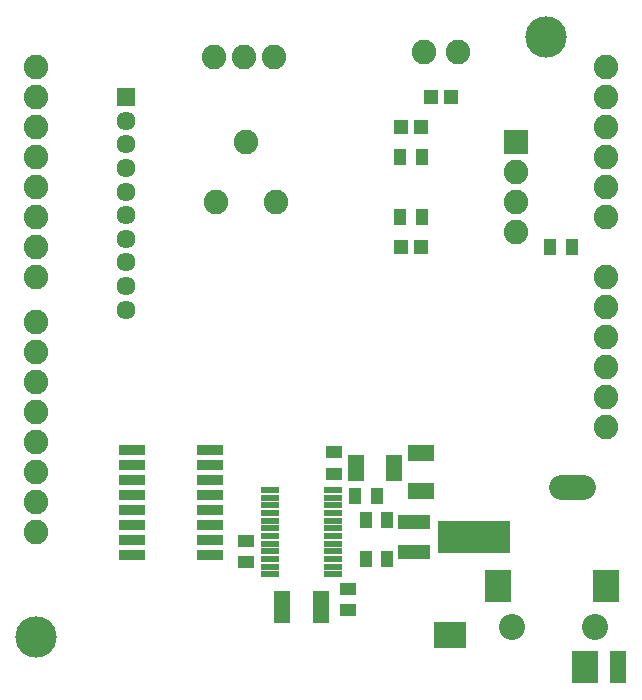
<source format=gts>
G75*
G70*
%OFA0B0*%
%FSLAX24Y24*%
%IPPOS*%
%LPD*%
%AMOC8*
5,1,8,0,0,1.08239X$1,22.5*
%
%ADD10C,0.0820*%
%ADD11C,0.1380*%
%ADD12R,0.0880X0.0340*%
%ADD13R,0.0630X0.0217*%
%ADD14R,0.0552X0.0395*%
%ADD15R,0.1064X0.0474*%
%ADD16R,0.2442X0.1064*%
%ADD17R,0.0395X0.0552*%
%ADD18R,0.0552X0.0867*%
%ADD19R,0.0867X0.0552*%
%ADD20C,0.0820*%
%ADD21R,0.0820X0.0820*%
%ADD22R,0.0552X0.1064*%
%ADD23R,0.0867X0.1064*%
%ADD24R,0.1064X0.0867*%
%ADD25C,0.0867*%
%ADD26R,0.0635X0.0635*%
%ADD27C,0.0635*%
%ADD28R,0.0513X0.0474*%
D10*
X009335Y012259D03*
X009335Y013259D03*
X009335Y014259D03*
X009335Y015259D03*
X009335Y016259D03*
X009335Y017259D03*
X009335Y018259D03*
X009335Y019259D03*
X009335Y020759D03*
X009335Y021759D03*
X009335Y022759D03*
X009335Y023759D03*
X009335Y024759D03*
X009335Y025759D03*
X009335Y026759D03*
X009335Y027759D03*
X015285Y028109D03*
X016285Y028109D03*
X017285Y028109D03*
X016335Y025259D03*
X015335Y023259D03*
X017335Y023259D03*
X022265Y028259D03*
X023405Y028259D03*
X028335Y027759D03*
X028335Y026759D03*
X028335Y025759D03*
X028335Y024759D03*
X028335Y023759D03*
X028335Y022759D03*
X028335Y020759D03*
X028335Y019759D03*
X028335Y018759D03*
X028335Y017759D03*
X028335Y016759D03*
X028335Y015759D03*
X025335Y022259D03*
X025335Y023259D03*
X025335Y024259D03*
D11*
X009335Y008759D03*
X026335Y028759D03*
D12*
X015140Y015009D03*
X015140Y014509D03*
X015140Y014009D03*
X015140Y013509D03*
X015140Y013009D03*
X015140Y012509D03*
X015140Y012009D03*
X015140Y011509D03*
X012530Y011509D03*
X012530Y012009D03*
X012530Y012509D03*
X012530Y013009D03*
X012530Y013509D03*
X012530Y014009D03*
X012530Y014509D03*
X012530Y015009D03*
D13*
X017142Y013666D03*
X017142Y013410D03*
X017142Y013155D03*
X017142Y012899D03*
X017142Y012643D03*
X017142Y012387D03*
X017142Y012131D03*
X017142Y011875D03*
X017142Y011619D03*
X017142Y011363D03*
X017142Y011107D03*
X017142Y010851D03*
X019228Y010851D03*
X019228Y011107D03*
X019228Y011363D03*
X019228Y011619D03*
X019228Y011875D03*
X019228Y012131D03*
X019228Y012387D03*
X019228Y012643D03*
X019228Y012899D03*
X019228Y013155D03*
X019228Y013410D03*
X019228Y013666D03*
D14*
X019285Y014205D03*
X019285Y014913D03*
X016335Y011963D03*
X016335Y011255D03*
X019735Y010363D03*
X019735Y009655D03*
D15*
X021935Y011609D03*
X021935Y012609D03*
D16*
X023935Y012109D03*
D17*
X021039Y012659D03*
X020331Y012659D03*
X019981Y013459D03*
X020689Y013459D03*
X021039Y011359D03*
X020331Y011359D03*
X026481Y021759D03*
X027189Y021759D03*
X022189Y022759D03*
X021481Y022759D03*
X021481Y024759D03*
X022189Y024759D03*
D18*
X021265Y014409D03*
X020005Y014409D03*
D19*
X022185Y014889D03*
X022185Y013629D03*
D20*
X026835Y013759D02*
X027575Y013759D01*
D21*
X025335Y025259D03*
D22*
X018835Y009759D03*
X017536Y009759D03*
X028745Y007751D03*
D23*
X027642Y007751D03*
X028351Y010467D03*
X024729Y010467D03*
D24*
X023134Y008814D03*
D25*
X025201Y009109D03*
X027957Y009109D03*
D26*
X012335Y026759D03*
D27*
X012335Y025971D03*
X012335Y025184D03*
X012335Y024397D03*
X012335Y023609D03*
X012335Y022822D03*
X012335Y022034D03*
X012335Y021247D03*
X012335Y020460D03*
X012335Y019672D03*
D28*
X021500Y021759D03*
X022170Y021759D03*
X022170Y025759D03*
X021500Y025759D03*
X022500Y026759D03*
X023170Y026759D03*
M02*

</source>
